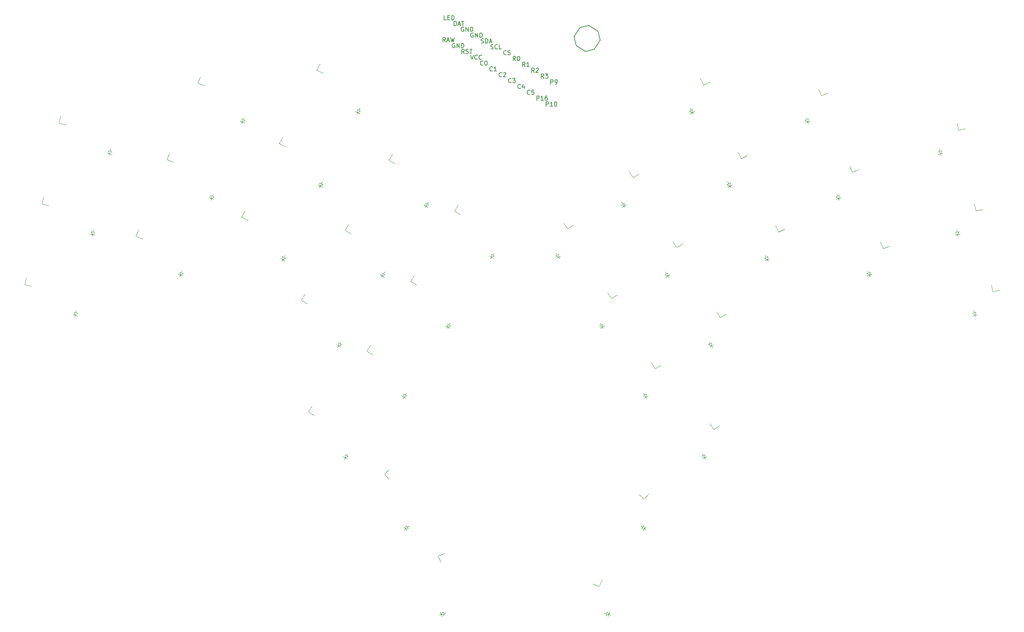
<source format=gbr>
%TF.GenerationSoftware,KiCad,Pcbnew,7.0.9*%
%TF.CreationDate,2023-11-27T23:54:21-05:00*%
%TF.ProjectId,main_r2,6d61696e-5f72-4322-9e6b-696361645f70,0.1*%
%TF.SameCoordinates,Original*%
%TF.FileFunction,Legend,Top*%
%TF.FilePolarity,Positive*%
%FSLAX46Y46*%
G04 Gerber Fmt 4.6, Leading zero omitted, Abs format (unit mm)*
G04 Created by KiCad (PCBNEW 7.0.9) date 2023-11-27 23:54:21*
%MOMM*%
%LPD*%
G01*
G04 APERTURE LIST*
%ADD10C,0.150000*%
%ADD11C,0.100000*%
%ADD12C,0.120000*%
G04 APERTURE END LIST*
D10*
X127134913Y-109681268D02*
X126801580Y-109205077D01*
X126563485Y-109681268D02*
X126563485Y-108681268D01*
X126563485Y-108681268D02*
X126944437Y-108681268D01*
X126944437Y-108681268D02*
X127039675Y-108728887D01*
X127039675Y-108728887D02*
X127087294Y-108776506D01*
X127087294Y-108776506D02*
X127134913Y-108871744D01*
X127134913Y-108871744D02*
X127134913Y-109014601D01*
X127134913Y-109014601D02*
X127087294Y-109109839D01*
X127087294Y-109109839D02*
X127039675Y-109157458D01*
X127039675Y-109157458D02*
X126944437Y-109205077D01*
X126944437Y-109205077D02*
X126563485Y-109205077D01*
X127515866Y-109395553D02*
X127992056Y-109395553D01*
X127420628Y-109681268D02*
X127753961Y-108681268D01*
X127753961Y-108681268D02*
X128087294Y-109681268D01*
X128325390Y-108681268D02*
X128563485Y-109681268D01*
X128563485Y-109681268D02*
X128753961Y-108966982D01*
X128753961Y-108966982D02*
X128944437Y-109681268D01*
X128944437Y-109681268D02*
X129182533Y-108681268D01*
X127307537Y-104592979D02*
X126831347Y-104592979D01*
X126831347Y-104592979D02*
X126831347Y-103592979D01*
X127640871Y-104069169D02*
X127974204Y-104069169D01*
X128117061Y-104592979D02*
X127640871Y-104592979D01*
X127640871Y-104592979D02*
X127640871Y-103592979D01*
X127640871Y-103592979D02*
X128117061Y-103592979D01*
X128545633Y-104592979D02*
X128545633Y-103592979D01*
X128545633Y-103592979D02*
X128783728Y-103592979D01*
X128783728Y-103592979D02*
X128926585Y-103640598D01*
X128926585Y-103640598D02*
X129021823Y-103735836D01*
X129021823Y-103735836D02*
X129069442Y-103831074D01*
X129069442Y-103831074D02*
X129117061Y-104021550D01*
X129117061Y-104021550D02*
X129117061Y-104164407D01*
X129117061Y-104164407D02*
X129069442Y-104354883D01*
X129069442Y-104354883D02*
X129021823Y-104450121D01*
X129021823Y-104450121D02*
X128926585Y-104545360D01*
X128926585Y-104545360D02*
X128783728Y-104592979D01*
X128783728Y-104592979D02*
X128545633Y-104592979D01*
X129241337Y-110074882D02*
X129146099Y-110027263D01*
X129146099Y-110027263D02*
X129003242Y-110027263D01*
X129003242Y-110027263D02*
X128860385Y-110074882D01*
X128860385Y-110074882D02*
X128765147Y-110170120D01*
X128765147Y-110170120D02*
X128717528Y-110265358D01*
X128717528Y-110265358D02*
X128669909Y-110455834D01*
X128669909Y-110455834D02*
X128669909Y-110598691D01*
X128669909Y-110598691D02*
X128717528Y-110789167D01*
X128717528Y-110789167D02*
X128765147Y-110884405D01*
X128765147Y-110884405D02*
X128860385Y-110979644D01*
X128860385Y-110979644D02*
X129003242Y-111027263D01*
X129003242Y-111027263D02*
X129098480Y-111027263D01*
X129098480Y-111027263D02*
X129241337Y-110979644D01*
X129241337Y-110979644D02*
X129288956Y-110932024D01*
X129288956Y-110932024D02*
X129288956Y-110598691D01*
X129288956Y-110598691D02*
X129098480Y-110598691D01*
X129717528Y-111027263D02*
X129717528Y-110027263D01*
X129717528Y-110027263D02*
X130288956Y-111027263D01*
X130288956Y-111027263D02*
X130288956Y-110027263D01*
X130765147Y-111027263D02*
X130765147Y-110027263D01*
X130765147Y-110027263D02*
X131003242Y-110027263D01*
X131003242Y-110027263D02*
X131146099Y-110074882D01*
X131146099Y-110074882D02*
X131241337Y-110170120D01*
X131241337Y-110170120D02*
X131288956Y-110265358D01*
X131288956Y-110265358D02*
X131336575Y-110455834D01*
X131336575Y-110455834D02*
X131336575Y-110598691D01*
X131336575Y-110598691D02*
X131288956Y-110789167D01*
X131288956Y-110789167D02*
X131241337Y-110884405D01*
X131241337Y-110884405D02*
X131146099Y-110979644D01*
X131146099Y-110979644D02*
X131003242Y-111027263D01*
X131003242Y-111027263D02*
X130765147Y-111027263D01*
X129080627Y-105938974D02*
X129080627Y-104938974D01*
X129080627Y-104938974D02*
X129318722Y-104938974D01*
X129318722Y-104938974D02*
X129461579Y-104986593D01*
X129461579Y-104986593D02*
X129556817Y-105081831D01*
X129556817Y-105081831D02*
X129604436Y-105177069D01*
X129604436Y-105177069D02*
X129652055Y-105367545D01*
X129652055Y-105367545D02*
X129652055Y-105510402D01*
X129652055Y-105510402D02*
X129604436Y-105700878D01*
X129604436Y-105700878D02*
X129556817Y-105796116D01*
X129556817Y-105796116D02*
X129461579Y-105891355D01*
X129461579Y-105891355D02*
X129318722Y-105938974D01*
X129318722Y-105938974D02*
X129080627Y-105938974D01*
X130033008Y-105653259D02*
X130509198Y-105653259D01*
X129937770Y-105938974D02*
X130271103Y-104938974D01*
X130271103Y-104938974D02*
X130604436Y-105938974D01*
X130794913Y-104938974D02*
X131366341Y-104938974D01*
X131080627Y-105938974D02*
X131080627Y-104938974D01*
X131442998Y-112373257D02*
X131109665Y-111897066D01*
X130871570Y-112373257D02*
X130871570Y-111373257D01*
X130871570Y-111373257D02*
X131252522Y-111373257D01*
X131252522Y-111373257D02*
X131347760Y-111420876D01*
X131347760Y-111420876D02*
X131395379Y-111468495D01*
X131395379Y-111468495D02*
X131442998Y-111563733D01*
X131442998Y-111563733D02*
X131442998Y-111706590D01*
X131442998Y-111706590D02*
X131395379Y-111801828D01*
X131395379Y-111801828D02*
X131347760Y-111849447D01*
X131347760Y-111849447D02*
X131252522Y-111897066D01*
X131252522Y-111897066D02*
X130871570Y-111897066D01*
X131823951Y-112325638D02*
X131966808Y-112373257D01*
X131966808Y-112373257D02*
X132204903Y-112373257D01*
X132204903Y-112373257D02*
X132300141Y-112325638D01*
X132300141Y-112325638D02*
X132347760Y-112278018D01*
X132347760Y-112278018D02*
X132395379Y-112182780D01*
X132395379Y-112182780D02*
X132395379Y-112087542D01*
X132395379Y-112087542D02*
X132347760Y-111992304D01*
X132347760Y-111992304D02*
X132300141Y-111944685D01*
X132300141Y-111944685D02*
X132204903Y-111897066D01*
X132204903Y-111897066D02*
X132014427Y-111849447D01*
X132014427Y-111849447D02*
X131919189Y-111801828D01*
X131919189Y-111801828D02*
X131871570Y-111754209D01*
X131871570Y-111754209D02*
X131823951Y-111658971D01*
X131823951Y-111658971D02*
X131823951Y-111563733D01*
X131823951Y-111563733D02*
X131871570Y-111468495D01*
X131871570Y-111468495D02*
X131919189Y-111420876D01*
X131919189Y-111420876D02*
X132014427Y-111373257D01*
X132014427Y-111373257D02*
X132252522Y-111373257D01*
X132252522Y-111373257D02*
X132395379Y-111420876D01*
X132681094Y-111373257D02*
X133252522Y-111373257D01*
X132966808Y-112373257D02*
X132966808Y-111373257D01*
X131329907Y-106332588D02*
X131234669Y-106284969D01*
X131234669Y-106284969D02*
X131091812Y-106284969D01*
X131091812Y-106284969D02*
X130948955Y-106332588D01*
X130948955Y-106332588D02*
X130853717Y-106427826D01*
X130853717Y-106427826D02*
X130806098Y-106523064D01*
X130806098Y-106523064D02*
X130758479Y-106713540D01*
X130758479Y-106713540D02*
X130758479Y-106856397D01*
X130758479Y-106856397D02*
X130806098Y-107046873D01*
X130806098Y-107046873D02*
X130853717Y-107142111D01*
X130853717Y-107142111D02*
X130948955Y-107237350D01*
X130948955Y-107237350D02*
X131091812Y-107284969D01*
X131091812Y-107284969D02*
X131187050Y-107284969D01*
X131187050Y-107284969D02*
X131329907Y-107237350D01*
X131329907Y-107237350D02*
X131377526Y-107189730D01*
X131377526Y-107189730D02*
X131377526Y-106856397D01*
X131377526Y-106856397D02*
X131187050Y-106856397D01*
X131806098Y-107284969D02*
X131806098Y-106284969D01*
X131806098Y-106284969D02*
X132377526Y-107284969D01*
X132377526Y-107284969D02*
X132377526Y-106284969D01*
X132853717Y-107284969D02*
X132853717Y-106284969D01*
X132853717Y-106284969D02*
X133091812Y-106284969D01*
X133091812Y-106284969D02*
X133234669Y-106332588D01*
X133234669Y-106332588D02*
X133329907Y-106427826D01*
X133329907Y-106427826D02*
X133377526Y-106523064D01*
X133377526Y-106523064D02*
X133425145Y-106713540D01*
X133425145Y-106713540D02*
X133425145Y-106856397D01*
X133425145Y-106856397D02*
X133377526Y-107046873D01*
X133377526Y-107046873D02*
X133329907Y-107142111D01*
X133329907Y-107142111D02*
X133234669Y-107237350D01*
X133234669Y-107237350D02*
X133091812Y-107284969D01*
X133091812Y-107284969D02*
X132853717Y-107284969D01*
X132882755Y-112719252D02*
X133216088Y-113719252D01*
X133216088Y-113719252D02*
X133549421Y-112719252D01*
X134454183Y-113624013D02*
X134406564Y-113671633D01*
X134406564Y-113671633D02*
X134263707Y-113719252D01*
X134263707Y-113719252D02*
X134168469Y-113719252D01*
X134168469Y-113719252D02*
X134025612Y-113671633D01*
X134025612Y-113671633D02*
X133930374Y-113576394D01*
X133930374Y-113576394D02*
X133882755Y-113481156D01*
X133882755Y-113481156D02*
X133835136Y-113290680D01*
X133835136Y-113290680D02*
X133835136Y-113147823D01*
X133835136Y-113147823D02*
X133882755Y-112957347D01*
X133882755Y-112957347D02*
X133930374Y-112862109D01*
X133930374Y-112862109D02*
X134025612Y-112766871D01*
X134025612Y-112766871D02*
X134168469Y-112719252D01*
X134168469Y-112719252D02*
X134263707Y-112719252D01*
X134263707Y-112719252D02*
X134406564Y-112766871D01*
X134406564Y-112766871D02*
X134454183Y-112814490D01*
X135454183Y-113624013D02*
X135406564Y-113671633D01*
X135406564Y-113671633D02*
X135263707Y-113719252D01*
X135263707Y-113719252D02*
X135168469Y-113719252D01*
X135168469Y-113719252D02*
X135025612Y-113671633D01*
X135025612Y-113671633D02*
X134930374Y-113576394D01*
X134930374Y-113576394D02*
X134882755Y-113481156D01*
X134882755Y-113481156D02*
X134835136Y-113290680D01*
X134835136Y-113290680D02*
X134835136Y-113147823D01*
X134835136Y-113147823D02*
X134882755Y-112957347D01*
X134882755Y-112957347D02*
X134930374Y-112862109D01*
X134930374Y-112862109D02*
X135025612Y-112766871D01*
X135025612Y-112766871D02*
X135168469Y-112719252D01*
X135168469Y-112719252D02*
X135263707Y-112719252D01*
X135263707Y-112719252D02*
X135406564Y-112766871D01*
X135406564Y-112766871D02*
X135454183Y-112814490D01*
X133483949Y-107678583D02*
X133388711Y-107630964D01*
X133388711Y-107630964D02*
X133245854Y-107630964D01*
X133245854Y-107630964D02*
X133102997Y-107678583D01*
X133102997Y-107678583D02*
X133007759Y-107773821D01*
X133007759Y-107773821D02*
X132960140Y-107869059D01*
X132960140Y-107869059D02*
X132912521Y-108059535D01*
X132912521Y-108059535D02*
X132912521Y-108202392D01*
X132912521Y-108202392D02*
X132960140Y-108392868D01*
X132960140Y-108392868D02*
X133007759Y-108488106D01*
X133007759Y-108488106D02*
X133102997Y-108583345D01*
X133102997Y-108583345D02*
X133245854Y-108630964D01*
X133245854Y-108630964D02*
X133341092Y-108630964D01*
X133341092Y-108630964D02*
X133483949Y-108583345D01*
X133483949Y-108583345D02*
X133531568Y-108535725D01*
X133531568Y-108535725D02*
X133531568Y-108202392D01*
X133531568Y-108202392D02*
X133341092Y-108202392D01*
X133960140Y-108630964D02*
X133960140Y-107630964D01*
X133960140Y-107630964D02*
X134531568Y-108630964D01*
X134531568Y-108630964D02*
X134531568Y-107630964D01*
X135007759Y-108630964D02*
X135007759Y-107630964D01*
X135007759Y-107630964D02*
X135245854Y-107630964D01*
X135245854Y-107630964D02*
X135388711Y-107678583D01*
X135388711Y-107678583D02*
X135483949Y-107773821D01*
X135483949Y-107773821D02*
X135531568Y-107869059D01*
X135531568Y-107869059D02*
X135579187Y-108059535D01*
X135579187Y-108059535D02*
X135579187Y-108202392D01*
X135579187Y-108202392D02*
X135531568Y-108392868D01*
X135531568Y-108392868D02*
X135483949Y-108488106D01*
X135483949Y-108488106D02*
X135388711Y-108583345D01*
X135388711Y-108583345D02*
X135245854Y-108630964D01*
X135245854Y-108630964D02*
X135007759Y-108630964D01*
X135751082Y-114970008D02*
X135703463Y-115017628D01*
X135703463Y-115017628D02*
X135560606Y-115065247D01*
X135560606Y-115065247D02*
X135465368Y-115065247D01*
X135465368Y-115065247D02*
X135322511Y-115017628D01*
X135322511Y-115017628D02*
X135227273Y-114922389D01*
X135227273Y-114922389D02*
X135179654Y-114827151D01*
X135179654Y-114827151D02*
X135132035Y-114636675D01*
X135132035Y-114636675D02*
X135132035Y-114493818D01*
X135132035Y-114493818D02*
X135179654Y-114303342D01*
X135179654Y-114303342D02*
X135227273Y-114208104D01*
X135227273Y-114208104D02*
X135322511Y-114112866D01*
X135322511Y-114112866D02*
X135465368Y-114065247D01*
X135465368Y-114065247D02*
X135560606Y-114065247D01*
X135560606Y-114065247D02*
X135703463Y-114112866D01*
X135703463Y-114112866D02*
X135751082Y-114160485D01*
X136370130Y-114065247D02*
X136465368Y-114065247D01*
X136465368Y-114065247D02*
X136560606Y-114112866D01*
X136560606Y-114112866D02*
X136608225Y-114160485D01*
X136608225Y-114160485D02*
X136655844Y-114255723D01*
X136655844Y-114255723D02*
X136703463Y-114446199D01*
X136703463Y-114446199D02*
X136703463Y-114684294D01*
X136703463Y-114684294D02*
X136655844Y-114874770D01*
X136655844Y-114874770D02*
X136608225Y-114970008D01*
X136608225Y-114970008D02*
X136560606Y-115017628D01*
X136560606Y-115017628D02*
X136465368Y-115065247D01*
X136465368Y-115065247D02*
X136370130Y-115065247D01*
X136370130Y-115065247D02*
X136274892Y-115017628D01*
X136274892Y-115017628D02*
X136227273Y-114970008D01*
X136227273Y-114970008D02*
X136179654Y-114874770D01*
X136179654Y-114874770D02*
X136132035Y-114684294D01*
X136132035Y-114684294D02*
X136132035Y-114446199D01*
X136132035Y-114446199D02*
X136179654Y-114255723D01*
X136179654Y-114255723D02*
X136227273Y-114160485D01*
X136227273Y-114160485D02*
X136274892Y-114112866D01*
X136274892Y-114112866D02*
X136370130Y-114065247D01*
X135304659Y-109929340D02*
X135447516Y-109976959D01*
X135447516Y-109976959D02*
X135685611Y-109976959D01*
X135685611Y-109976959D02*
X135780849Y-109929340D01*
X135780849Y-109929340D02*
X135828468Y-109881720D01*
X135828468Y-109881720D02*
X135876087Y-109786482D01*
X135876087Y-109786482D02*
X135876087Y-109691244D01*
X135876087Y-109691244D02*
X135828468Y-109596006D01*
X135828468Y-109596006D02*
X135780849Y-109548387D01*
X135780849Y-109548387D02*
X135685611Y-109500768D01*
X135685611Y-109500768D02*
X135495135Y-109453149D01*
X135495135Y-109453149D02*
X135399897Y-109405530D01*
X135399897Y-109405530D02*
X135352278Y-109357911D01*
X135352278Y-109357911D02*
X135304659Y-109262673D01*
X135304659Y-109262673D02*
X135304659Y-109167435D01*
X135304659Y-109167435D02*
X135352278Y-109072197D01*
X135352278Y-109072197D02*
X135399897Y-109024578D01*
X135399897Y-109024578D02*
X135495135Y-108976959D01*
X135495135Y-108976959D02*
X135733230Y-108976959D01*
X135733230Y-108976959D02*
X135876087Y-109024578D01*
X136304659Y-109976959D02*
X136304659Y-108976959D01*
X136304659Y-108976959D02*
X136542754Y-108976959D01*
X136542754Y-108976959D02*
X136685611Y-109024578D01*
X136685611Y-109024578D02*
X136780849Y-109119816D01*
X136780849Y-109119816D02*
X136828468Y-109215054D01*
X136828468Y-109215054D02*
X136876087Y-109405530D01*
X136876087Y-109405530D02*
X136876087Y-109548387D01*
X136876087Y-109548387D02*
X136828468Y-109738863D01*
X136828468Y-109738863D02*
X136780849Y-109834101D01*
X136780849Y-109834101D02*
X136685611Y-109929340D01*
X136685611Y-109929340D02*
X136542754Y-109976959D01*
X136542754Y-109976959D02*
X136304659Y-109976959D01*
X137257040Y-109691244D02*
X137733230Y-109691244D01*
X137161802Y-109976959D02*
X137495135Y-108976959D01*
X137495135Y-108976959D02*
X137828468Y-109976959D01*
X137905124Y-116316003D02*
X137857505Y-116363623D01*
X137857505Y-116363623D02*
X137714648Y-116411242D01*
X137714648Y-116411242D02*
X137619410Y-116411242D01*
X137619410Y-116411242D02*
X137476553Y-116363623D01*
X137476553Y-116363623D02*
X137381315Y-116268384D01*
X137381315Y-116268384D02*
X137333696Y-116173146D01*
X137333696Y-116173146D02*
X137286077Y-115982670D01*
X137286077Y-115982670D02*
X137286077Y-115839813D01*
X137286077Y-115839813D02*
X137333696Y-115649337D01*
X137333696Y-115649337D02*
X137381315Y-115554099D01*
X137381315Y-115554099D02*
X137476553Y-115458861D01*
X137476553Y-115458861D02*
X137619410Y-115411242D01*
X137619410Y-115411242D02*
X137714648Y-115411242D01*
X137714648Y-115411242D02*
X137857505Y-115458861D01*
X137857505Y-115458861D02*
X137905124Y-115506480D01*
X138857505Y-116411242D02*
X138286077Y-116411242D01*
X138571791Y-116411242D02*
X138571791Y-115411242D01*
X138571791Y-115411242D02*
X138476553Y-115554099D01*
X138476553Y-115554099D02*
X138381315Y-115649337D01*
X138381315Y-115649337D02*
X138286077Y-115696956D01*
X137506320Y-111275335D02*
X137649177Y-111322954D01*
X137649177Y-111322954D02*
X137887272Y-111322954D01*
X137887272Y-111322954D02*
X137982510Y-111275335D01*
X137982510Y-111275335D02*
X138030129Y-111227715D01*
X138030129Y-111227715D02*
X138077748Y-111132477D01*
X138077748Y-111132477D02*
X138077748Y-111037239D01*
X138077748Y-111037239D02*
X138030129Y-110942001D01*
X138030129Y-110942001D02*
X137982510Y-110894382D01*
X137982510Y-110894382D02*
X137887272Y-110846763D01*
X137887272Y-110846763D02*
X137696796Y-110799144D01*
X137696796Y-110799144D02*
X137601558Y-110751525D01*
X137601558Y-110751525D02*
X137553939Y-110703906D01*
X137553939Y-110703906D02*
X137506320Y-110608668D01*
X137506320Y-110608668D02*
X137506320Y-110513430D01*
X137506320Y-110513430D02*
X137553939Y-110418192D01*
X137553939Y-110418192D02*
X137601558Y-110370573D01*
X137601558Y-110370573D02*
X137696796Y-110322954D01*
X137696796Y-110322954D02*
X137934891Y-110322954D01*
X137934891Y-110322954D02*
X138077748Y-110370573D01*
X139077748Y-111227715D02*
X139030129Y-111275335D01*
X139030129Y-111275335D02*
X138887272Y-111322954D01*
X138887272Y-111322954D02*
X138792034Y-111322954D01*
X138792034Y-111322954D02*
X138649177Y-111275335D01*
X138649177Y-111275335D02*
X138553939Y-111180096D01*
X138553939Y-111180096D02*
X138506320Y-111084858D01*
X138506320Y-111084858D02*
X138458701Y-110894382D01*
X138458701Y-110894382D02*
X138458701Y-110751525D01*
X138458701Y-110751525D02*
X138506320Y-110561049D01*
X138506320Y-110561049D02*
X138553939Y-110465811D01*
X138553939Y-110465811D02*
X138649177Y-110370573D01*
X138649177Y-110370573D02*
X138792034Y-110322954D01*
X138792034Y-110322954D02*
X138887272Y-110322954D01*
X138887272Y-110322954D02*
X139030129Y-110370573D01*
X139030129Y-110370573D02*
X139077748Y-110418192D01*
X139982510Y-111322954D02*
X139506320Y-111322954D01*
X139506320Y-111322954D02*
X139506320Y-110322954D01*
X140059166Y-117661998D02*
X140011547Y-117709618D01*
X140011547Y-117709618D02*
X139868690Y-117757237D01*
X139868690Y-117757237D02*
X139773452Y-117757237D01*
X139773452Y-117757237D02*
X139630595Y-117709618D01*
X139630595Y-117709618D02*
X139535357Y-117614379D01*
X139535357Y-117614379D02*
X139487738Y-117519141D01*
X139487738Y-117519141D02*
X139440119Y-117328665D01*
X139440119Y-117328665D02*
X139440119Y-117185808D01*
X139440119Y-117185808D02*
X139487738Y-116995332D01*
X139487738Y-116995332D02*
X139535357Y-116900094D01*
X139535357Y-116900094D02*
X139630595Y-116804856D01*
X139630595Y-116804856D02*
X139773452Y-116757237D01*
X139773452Y-116757237D02*
X139868690Y-116757237D01*
X139868690Y-116757237D02*
X140011547Y-116804856D01*
X140011547Y-116804856D02*
X140059166Y-116852475D01*
X140440119Y-116852475D02*
X140487738Y-116804856D01*
X140487738Y-116804856D02*
X140582976Y-116757237D01*
X140582976Y-116757237D02*
X140821071Y-116757237D01*
X140821071Y-116757237D02*
X140916309Y-116804856D01*
X140916309Y-116804856D02*
X140963928Y-116852475D01*
X140963928Y-116852475D02*
X141011547Y-116947713D01*
X141011547Y-116947713D02*
X141011547Y-117042951D01*
X141011547Y-117042951D02*
X140963928Y-117185808D01*
X140963928Y-117185808D02*
X140392500Y-117757237D01*
X140392500Y-117757237D02*
X141011547Y-117757237D01*
X141088933Y-112573710D02*
X141041314Y-112621330D01*
X141041314Y-112621330D02*
X140898457Y-112668949D01*
X140898457Y-112668949D02*
X140803219Y-112668949D01*
X140803219Y-112668949D02*
X140660362Y-112621330D01*
X140660362Y-112621330D02*
X140565124Y-112526091D01*
X140565124Y-112526091D02*
X140517505Y-112430853D01*
X140517505Y-112430853D02*
X140469886Y-112240377D01*
X140469886Y-112240377D02*
X140469886Y-112097520D01*
X140469886Y-112097520D02*
X140517505Y-111907044D01*
X140517505Y-111907044D02*
X140565124Y-111811806D01*
X140565124Y-111811806D02*
X140660362Y-111716568D01*
X140660362Y-111716568D02*
X140803219Y-111668949D01*
X140803219Y-111668949D02*
X140898457Y-111668949D01*
X140898457Y-111668949D02*
X141041314Y-111716568D01*
X141041314Y-111716568D02*
X141088933Y-111764187D01*
X141469886Y-112621330D02*
X141612743Y-112668949D01*
X141612743Y-112668949D02*
X141850838Y-112668949D01*
X141850838Y-112668949D02*
X141946076Y-112621330D01*
X141946076Y-112621330D02*
X141993695Y-112573710D01*
X141993695Y-112573710D02*
X142041314Y-112478472D01*
X142041314Y-112478472D02*
X142041314Y-112383234D01*
X142041314Y-112383234D02*
X141993695Y-112287996D01*
X141993695Y-112287996D02*
X141946076Y-112240377D01*
X141946076Y-112240377D02*
X141850838Y-112192758D01*
X141850838Y-112192758D02*
X141660362Y-112145139D01*
X141660362Y-112145139D02*
X141565124Y-112097520D01*
X141565124Y-112097520D02*
X141517505Y-112049901D01*
X141517505Y-112049901D02*
X141469886Y-111954663D01*
X141469886Y-111954663D02*
X141469886Y-111859425D01*
X141469886Y-111859425D02*
X141517505Y-111764187D01*
X141517505Y-111764187D02*
X141565124Y-111716568D01*
X141565124Y-111716568D02*
X141660362Y-111668949D01*
X141660362Y-111668949D02*
X141898457Y-111668949D01*
X141898457Y-111668949D02*
X142041314Y-111716568D01*
X142213209Y-119007993D02*
X142165590Y-119055613D01*
X142165590Y-119055613D02*
X142022733Y-119103232D01*
X142022733Y-119103232D02*
X141927495Y-119103232D01*
X141927495Y-119103232D02*
X141784638Y-119055613D01*
X141784638Y-119055613D02*
X141689400Y-118960374D01*
X141689400Y-118960374D02*
X141641781Y-118865136D01*
X141641781Y-118865136D02*
X141594162Y-118674660D01*
X141594162Y-118674660D02*
X141594162Y-118531803D01*
X141594162Y-118531803D02*
X141641781Y-118341327D01*
X141641781Y-118341327D02*
X141689400Y-118246089D01*
X141689400Y-118246089D02*
X141784638Y-118150851D01*
X141784638Y-118150851D02*
X141927495Y-118103232D01*
X141927495Y-118103232D02*
X142022733Y-118103232D01*
X142022733Y-118103232D02*
X142165590Y-118150851D01*
X142165590Y-118150851D02*
X142213209Y-118198470D01*
X142546543Y-118103232D02*
X143165590Y-118103232D01*
X143165590Y-118103232D02*
X142832257Y-118484184D01*
X142832257Y-118484184D02*
X142975114Y-118484184D01*
X142975114Y-118484184D02*
X143070352Y-118531803D01*
X143070352Y-118531803D02*
X143117971Y-118579422D01*
X143117971Y-118579422D02*
X143165590Y-118674660D01*
X143165590Y-118674660D02*
X143165590Y-118912755D01*
X143165590Y-118912755D02*
X143117971Y-119007993D01*
X143117971Y-119007993D02*
X143070352Y-119055613D01*
X143070352Y-119055613D02*
X142975114Y-119103232D01*
X142975114Y-119103232D02*
X142689400Y-119103232D01*
X142689400Y-119103232D02*
X142594162Y-119055613D01*
X142594162Y-119055613D02*
X142546543Y-119007993D01*
X143242975Y-114014944D02*
X142909642Y-113538753D01*
X142671547Y-114014944D02*
X142671547Y-113014944D01*
X142671547Y-113014944D02*
X143052499Y-113014944D01*
X143052499Y-113014944D02*
X143147737Y-113062563D01*
X143147737Y-113062563D02*
X143195356Y-113110182D01*
X143195356Y-113110182D02*
X143242975Y-113205420D01*
X143242975Y-113205420D02*
X143242975Y-113348277D01*
X143242975Y-113348277D02*
X143195356Y-113443515D01*
X143195356Y-113443515D02*
X143147737Y-113491134D01*
X143147737Y-113491134D02*
X143052499Y-113538753D01*
X143052499Y-113538753D02*
X142671547Y-113538753D01*
X143862023Y-113014944D02*
X143957261Y-113014944D01*
X143957261Y-113014944D02*
X144052499Y-113062563D01*
X144052499Y-113062563D02*
X144100118Y-113110182D01*
X144100118Y-113110182D02*
X144147737Y-113205420D01*
X144147737Y-113205420D02*
X144195356Y-113395896D01*
X144195356Y-113395896D02*
X144195356Y-113633991D01*
X144195356Y-113633991D02*
X144147737Y-113824467D01*
X144147737Y-113824467D02*
X144100118Y-113919705D01*
X144100118Y-113919705D02*
X144052499Y-113967325D01*
X144052499Y-113967325D02*
X143957261Y-114014944D01*
X143957261Y-114014944D02*
X143862023Y-114014944D01*
X143862023Y-114014944D02*
X143766785Y-113967325D01*
X143766785Y-113967325D02*
X143719166Y-113919705D01*
X143719166Y-113919705D02*
X143671547Y-113824467D01*
X143671547Y-113824467D02*
X143623928Y-113633991D01*
X143623928Y-113633991D02*
X143623928Y-113395896D01*
X143623928Y-113395896D02*
X143671547Y-113205420D01*
X143671547Y-113205420D02*
X143719166Y-113110182D01*
X143719166Y-113110182D02*
X143766785Y-113062563D01*
X143766785Y-113062563D02*
X143862023Y-113014944D01*
X144367251Y-120353988D02*
X144319632Y-120401608D01*
X144319632Y-120401608D02*
X144176775Y-120449227D01*
X144176775Y-120449227D02*
X144081537Y-120449227D01*
X144081537Y-120449227D02*
X143938680Y-120401608D01*
X143938680Y-120401608D02*
X143843442Y-120306369D01*
X143843442Y-120306369D02*
X143795823Y-120211131D01*
X143795823Y-120211131D02*
X143748204Y-120020655D01*
X143748204Y-120020655D02*
X143748204Y-119877798D01*
X143748204Y-119877798D02*
X143795823Y-119687322D01*
X143795823Y-119687322D02*
X143843442Y-119592084D01*
X143843442Y-119592084D02*
X143938680Y-119496846D01*
X143938680Y-119496846D02*
X144081537Y-119449227D01*
X144081537Y-119449227D02*
X144176775Y-119449227D01*
X144176775Y-119449227D02*
X144319632Y-119496846D01*
X144319632Y-119496846D02*
X144367251Y-119544465D01*
X145224394Y-119782560D02*
X145224394Y-120449227D01*
X144986299Y-119401608D02*
X144748204Y-120115893D01*
X144748204Y-120115893D02*
X145367251Y-120115893D01*
X145397017Y-115360939D02*
X145063684Y-114884748D01*
X144825589Y-115360939D02*
X144825589Y-114360939D01*
X144825589Y-114360939D02*
X145206541Y-114360939D01*
X145206541Y-114360939D02*
X145301779Y-114408558D01*
X145301779Y-114408558D02*
X145349398Y-114456177D01*
X145349398Y-114456177D02*
X145397017Y-114551415D01*
X145397017Y-114551415D02*
X145397017Y-114694272D01*
X145397017Y-114694272D02*
X145349398Y-114789510D01*
X145349398Y-114789510D02*
X145301779Y-114837129D01*
X145301779Y-114837129D02*
X145206541Y-114884748D01*
X145206541Y-114884748D02*
X144825589Y-114884748D01*
X146349398Y-115360939D02*
X145777970Y-115360939D01*
X146063684Y-115360939D02*
X146063684Y-114360939D01*
X146063684Y-114360939D02*
X145968446Y-114503796D01*
X145968446Y-114503796D02*
X145873208Y-114599034D01*
X145873208Y-114599034D02*
X145777970Y-114646653D01*
X146521293Y-121699983D02*
X146473674Y-121747603D01*
X146473674Y-121747603D02*
X146330817Y-121795222D01*
X146330817Y-121795222D02*
X146235579Y-121795222D01*
X146235579Y-121795222D02*
X146092722Y-121747603D01*
X146092722Y-121747603D02*
X145997484Y-121652364D01*
X145997484Y-121652364D02*
X145949865Y-121557126D01*
X145949865Y-121557126D02*
X145902246Y-121366650D01*
X145902246Y-121366650D02*
X145902246Y-121223793D01*
X145902246Y-121223793D02*
X145949865Y-121033317D01*
X145949865Y-121033317D02*
X145997484Y-120938079D01*
X145997484Y-120938079D02*
X146092722Y-120842841D01*
X146092722Y-120842841D02*
X146235579Y-120795222D01*
X146235579Y-120795222D02*
X146330817Y-120795222D01*
X146330817Y-120795222D02*
X146473674Y-120842841D01*
X146473674Y-120842841D02*
X146521293Y-120890460D01*
X147426055Y-120795222D02*
X146949865Y-120795222D01*
X146949865Y-120795222D02*
X146902246Y-121271412D01*
X146902246Y-121271412D02*
X146949865Y-121223793D01*
X146949865Y-121223793D02*
X147045103Y-121176174D01*
X147045103Y-121176174D02*
X147283198Y-121176174D01*
X147283198Y-121176174D02*
X147378436Y-121223793D01*
X147378436Y-121223793D02*
X147426055Y-121271412D01*
X147426055Y-121271412D02*
X147473674Y-121366650D01*
X147473674Y-121366650D02*
X147473674Y-121604745D01*
X147473674Y-121604745D02*
X147426055Y-121699983D01*
X147426055Y-121699983D02*
X147378436Y-121747603D01*
X147378436Y-121747603D02*
X147283198Y-121795222D01*
X147283198Y-121795222D02*
X147045103Y-121795222D01*
X147045103Y-121795222D02*
X146949865Y-121747603D01*
X146949865Y-121747603D02*
X146902246Y-121699983D01*
X147551059Y-116706933D02*
X147217726Y-116230742D01*
X146979631Y-116706933D02*
X146979631Y-115706933D01*
X146979631Y-115706933D02*
X147360583Y-115706933D01*
X147360583Y-115706933D02*
X147455821Y-115754552D01*
X147455821Y-115754552D02*
X147503440Y-115802171D01*
X147503440Y-115802171D02*
X147551059Y-115897409D01*
X147551059Y-115897409D02*
X147551059Y-116040266D01*
X147551059Y-116040266D02*
X147503440Y-116135504D01*
X147503440Y-116135504D02*
X147455821Y-116183123D01*
X147455821Y-116183123D02*
X147360583Y-116230742D01*
X147360583Y-116230742D02*
X146979631Y-116230742D01*
X147932012Y-115802171D02*
X147979631Y-115754552D01*
X147979631Y-115754552D02*
X148074869Y-115706933D01*
X148074869Y-115706933D02*
X148312964Y-115706933D01*
X148312964Y-115706933D02*
X148408202Y-115754552D01*
X148408202Y-115754552D02*
X148455821Y-115802171D01*
X148455821Y-115802171D02*
X148503440Y-115897409D01*
X148503440Y-115897409D02*
X148503440Y-115992647D01*
X148503440Y-115992647D02*
X148455821Y-116135504D01*
X148455821Y-116135504D02*
X147884393Y-116706933D01*
X147884393Y-116706933D02*
X148503440Y-116706933D01*
X148103907Y-123141217D02*
X148103907Y-122141217D01*
X148103907Y-122141217D02*
X148484859Y-122141217D01*
X148484859Y-122141217D02*
X148580097Y-122188836D01*
X148580097Y-122188836D02*
X148627716Y-122236455D01*
X148627716Y-122236455D02*
X148675335Y-122331693D01*
X148675335Y-122331693D02*
X148675335Y-122474550D01*
X148675335Y-122474550D02*
X148627716Y-122569788D01*
X148627716Y-122569788D02*
X148580097Y-122617407D01*
X148580097Y-122617407D02*
X148484859Y-122665026D01*
X148484859Y-122665026D02*
X148103907Y-122665026D01*
X149627716Y-123141217D02*
X149056288Y-123141217D01*
X149342002Y-123141217D02*
X149342002Y-122141217D01*
X149342002Y-122141217D02*
X149246764Y-122284074D01*
X149246764Y-122284074D02*
X149151526Y-122379312D01*
X149151526Y-122379312D02*
X149056288Y-122426931D01*
X150484859Y-122141217D02*
X150294383Y-122141217D01*
X150294383Y-122141217D02*
X150199145Y-122188836D01*
X150199145Y-122188836D02*
X150151526Y-122236455D01*
X150151526Y-122236455D02*
X150056288Y-122379312D01*
X150056288Y-122379312D02*
X150008669Y-122569788D01*
X150008669Y-122569788D02*
X150008669Y-122950740D01*
X150008669Y-122950740D02*
X150056288Y-123045978D01*
X150056288Y-123045978D02*
X150103907Y-123093598D01*
X150103907Y-123093598D02*
X150199145Y-123141217D01*
X150199145Y-123141217D02*
X150389621Y-123141217D01*
X150389621Y-123141217D02*
X150484859Y-123093598D01*
X150484859Y-123093598D02*
X150532478Y-123045978D01*
X150532478Y-123045978D02*
X150580097Y-122950740D01*
X150580097Y-122950740D02*
X150580097Y-122712645D01*
X150580097Y-122712645D02*
X150532478Y-122617407D01*
X150532478Y-122617407D02*
X150484859Y-122569788D01*
X150484859Y-122569788D02*
X150389621Y-122522169D01*
X150389621Y-122522169D02*
X150199145Y-122522169D01*
X150199145Y-122522169D02*
X150103907Y-122569788D01*
X150103907Y-122569788D02*
X150056288Y-122617407D01*
X150056288Y-122617407D02*
X150008669Y-122712645D01*
X149705102Y-118052928D02*
X149371769Y-117576737D01*
X149133674Y-118052928D02*
X149133674Y-117052928D01*
X149133674Y-117052928D02*
X149514626Y-117052928D01*
X149514626Y-117052928D02*
X149609864Y-117100547D01*
X149609864Y-117100547D02*
X149657483Y-117148166D01*
X149657483Y-117148166D02*
X149705102Y-117243404D01*
X149705102Y-117243404D02*
X149705102Y-117386261D01*
X149705102Y-117386261D02*
X149657483Y-117481499D01*
X149657483Y-117481499D02*
X149609864Y-117529118D01*
X149609864Y-117529118D02*
X149514626Y-117576737D01*
X149514626Y-117576737D02*
X149133674Y-117576737D01*
X150038436Y-117052928D02*
X150657483Y-117052928D01*
X150657483Y-117052928D02*
X150324150Y-117433880D01*
X150324150Y-117433880D02*
X150467007Y-117433880D01*
X150467007Y-117433880D02*
X150562245Y-117481499D01*
X150562245Y-117481499D02*
X150609864Y-117529118D01*
X150609864Y-117529118D02*
X150657483Y-117624356D01*
X150657483Y-117624356D02*
X150657483Y-117862451D01*
X150657483Y-117862451D02*
X150609864Y-117957689D01*
X150609864Y-117957689D02*
X150562245Y-118005309D01*
X150562245Y-118005309D02*
X150467007Y-118052928D01*
X150467007Y-118052928D02*
X150181293Y-118052928D01*
X150181293Y-118052928D02*
X150086055Y-118005309D01*
X150086055Y-118005309D02*
X150038436Y-117957689D01*
X150257949Y-124487212D02*
X150257949Y-123487212D01*
X150257949Y-123487212D02*
X150638901Y-123487212D01*
X150638901Y-123487212D02*
X150734139Y-123534831D01*
X150734139Y-123534831D02*
X150781758Y-123582450D01*
X150781758Y-123582450D02*
X150829377Y-123677688D01*
X150829377Y-123677688D02*
X150829377Y-123820545D01*
X150829377Y-123820545D02*
X150781758Y-123915783D01*
X150781758Y-123915783D02*
X150734139Y-123963402D01*
X150734139Y-123963402D02*
X150638901Y-124011021D01*
X150638901Y-124011021D02*
X150257949Y-124011021D01*
X151781758Y-124487212D02*
X151210330Y-124487212D01*
X151496044Y-124487212D02*
X151496044Y-123487212D01*
X151496044Y-123487212D02*
X151400806Y-123630069D01*
X151400806Y-123630069D02*
X151305568Y-123725307D01*
X151305568Y-123725307D02*
X151210330Y-123772926D01*
X152400806Y-123487212D02*
X152496044Y-123487212D01*
X152496044Y-123487212D02*
X152591282Y-123534831D01*
X152591282Y-123534831D02*
X152638901Y-123582450D01*
X152638901Y-123582450D02*
X152686520Y-123677688D01*
X152686520Y-123677688D02*
X152734139Y-123868164D01*
X152734139Y-123868164D02*
X152734139Y-124106259D01*
X152734139Y-124106259D02*
X152686520Y-124296735D01*
X152686520Y-124296735D02*
X152638901Y-124391973D01*
X152638901Y-124391973D02*
X152591282Y-124439593D01*
X152591282Y-124439593D02*
X152496044Y-124487212D01*
X152496044Y-124487212D02*
X152400806Y-124487212D01*
X152400806Y-124487212D02*
X152305568Y-124439593D01*
X152305568Y-124439593D02*
X152257949Y-124391973D01*
X152257949Y-124391973D02*
X152210330Y-124296735D01*
X152210330Y-124296735D02*
X152162711Y-124106259D01*
X152162711Y-124106259D02*
X152162711Y-123868164D01*
X152162711Y-123868164D02*
X152210330Y-123677688D01*
X152210330Y-123677688D02*
X152257949Y-123582450D01*
X152257949Y-123582450D02*
X152305568Y-123534831D01*
X152305568Y-123534831D02*
X152400806Y-123487212D01*
X151287716Y-119398923D02*
X151287716Y-118398923D01*
X151287716Y-118398923D02*
X151668668Y-118398923D01*
X151668668Y-118398923D02*
X151763906Y-118446542D01*
X151763906Y-118446542D02*
X151811525Y-118494161D01*
X151811525Y-118494161D02*
X151859144Y-118589399D01*
X151859144Y-118589399D02*
X151859144Y-118732256D01*
X151859144Y-118732256D02*
X151811525Y-118827494D01*
X151811525Y-118827494D02*
X151763906Y-118875113D01*
X151763906Y-118875113D02*
X151668668Y-118922732D01*
X151668668Y-118922732D02*
X151287716Y-118922732D01*
X152335335Y-119398923D02*
X152525811Y-119398923D01*
X152525811Y-119398923D02*
X152621049Y-119351304D01*
X152621049Y-119351304D02*
X152668668Y-119303684D01*
X152668668Y-119303684D02*
X152763906Y-119160827D01*
X152763906Y-119160827D02*
X152811525Y-118970351D01*
X152811525Y-118970351D02*
X152811525Y-118589399D01*
X152811525Y-118589399D02*
X152763906Y-118494161D01*
X152763906Y-118494161D02*
X152716287Y-118446542D01*
X152716287Y-118446542D02*
X152621049Y-118398923D01*
X152621049Y-118398923D02*
X152430573Y-118398923D01*
X152430573Y-118398923D02*
X152335335Y-118446542D01*
X152335335Y-118446542D02*
X152287716Y-118494161D01*
X152287716Y-118494161D02*
X152240097Y-118589399D01*
X152240097Y-118589399D02*
X152240097Y-118827494D01*
X152240097Y-118827494D02*
X152287716Y-118922732D01*
X152287716Y-118922732D02*
X152335335Y-118970351D01*
X152335335Y-118970351D02*
X152430573Y-119017970D01*
X152430573Y-119017970D02*
X152621049Y-119017970D01*
X152621049Y-119017970D02*
X152716287Y-118970351D01*
X152716287Y-118970351D02*
X152763906Y-118922732D01*
X152763906Y-118922732D02*
X152811525Y-118827494D01*
D11*
%TO.C,D1*%
X42069459Y-172035532D02*
X42173415Y-171546458D01*
X42460718Y-172118697D02*
X41944712Y-172622421D01*
X41678200Y-171952367D02*
X42460718Y-172118697D01*
X41944712Y-172622421D02*
X41678200Y-171952367D01*
X41944712Y-172622421D02*
X42482693Y-172736772D01*
X41944712Y-172622421D02*
X41406731Y-172508069D01*
X41861547Y-173013680D02*
X41944712Y-172622421D01*
%TO.C,D2*%
X46019783Y-153450729D02*
X46123739Y-152961655D01*
X46411042Y-153533894D02*
X45895036Y-154037618D01*
X45628524Y-153367564D02*
X46411042Y-153533894D01*
X45895036Y-154037618D02*
X45628524Y-153367564D01*
X45895036Y-154037618D02*
X46433017Y-154151969D01*
X45895036Y-154037618D02*
X45357055Y-153923266D01*
X45811871Y-154428877D02*
X45895036Y-154037618D01*
%TO.C,D3*%
X49970104Y-134865928D02*
X50074060Y-134376854D01*
X50361363Y-134949093D02*
X49845357Y-135452817D01*
X49578845Y-134782763D02*
X50361363Y-134949093D01*
X49845357Y-135452817D02*
X49578845Y-134782763D01*
X49845357Y-135452817D02*
X50383338Y-135567168D01*
X49845357Y-135452817D02*
X49307376Y-135338465D01*
X49762192Y-135844076D02*
X49845357Y-135452817D01*
%TO.C,D4*%
X66368618Y-162809881D02*
X66555921Y-162346289D01*
X66739491Y-162959724D02*
X66143854Y-163366191D01*
X65997744Y-162660038D02*
X66739491Y-162959724D01*
X66143854Y-163366191D02*
X65997744Y-162660038D01*
X66143854Y-163366191D02*
X66653805Y-163572225D01*
X66143854Y-163366191D02*
X65633903Y-163160158D01*
X65994011Y-163737065D02*
X66143854Y-163366191D01*
%TO.C,D5*%
X73486142Y-145193388D02*
X73673445Y-144729796D01*
X73857015Y-145343231D02*
X73261378Y-145749698D01*
X73115268Y-145043545D02*
X73857015Y-145343231D01*
X73261378Y-145749698D02*
X73115268Y-145043545D01*
X73261378Y-145749698D02*
X73771329Y-145955732D01*
X73261378Y-145749698D02*
X72751427Y-145543665D01*
X73111535Y-146120572D02*
X73261378Y-145749698D01*
%TO.C,D6*%
X80603668Y-127576894D02*
X80790971Y-127113302D01*
X80974541Y-127726737D02*
X80378904Y-128133204D01*
X80232794Y-127427051D02*
X80974541Y-127726737D01*
X80378904Y-128133204D02*
X80232794Y-127427051D01*
X80378904Y-128133204D02*
X80888855Y-128339238D01*
X80378904Y-128133204D02*
X79868953Y-127927171D01*
X80229061Y-128504078D02*
X80378904Y-128133204D01*
%TO.C,D7*%
X89918635Y-159274130D02*
X90145630Y-158828627D01*
X90275037Y-159455727D02*
X89646240Y-159808734D01*
X89562232Y-159092534D02*
X90275037Y-159455727D01*
X89646240Y-159808734D02*
X89562232Y-159092534D01*
X89646240Y-159808734D02*
X90136294Y-160058429D01*
X89646240Y-159808734D02*
X89156187Y-159559040D01*
X89464644Y-160165137D02*
X89646240Y-159808734D01*
%TO.C,D8*%
X98544456Y-142345004D02*
X98771451Y-141899501D01*
X98900858Y-142526601D02*
X98272061Y-142879608D01*
X98188053Y-142163408D02*
X98900858Y-142526601D01*
X98272061Y-142879608D02*
X98188053Y-142163408D01*
X98272061Y-142879608D02*
X98762115Y-143129303D01*
X98272061Y-142879608D02*
X97782008Y-142629914D01*
X98090465Y-143236011D02*
X98272061Y-142879608D01*
%TO.C,D9*%
X107170273Y-125415881D02*
X107397268Y-124970378D01*
X107526675Y-125597478D02*
X106897878Y-125950485D01*
X106813870Y-125234285D02*
X107526675Y-125597478D01*
X106897878Y-125950485D02*
X106813870Y-125234285D01*
X106897878Y-125950485D02*
X107387932Y-126200180D01*
X106897878Y-125950485D02*
X106407825Y-125700791D01*
X106716282Y-126306888D02*
X106897878Y-125950485D01*
%TO.C,D10*%
X102791426Y-179188509D02*
X103056385Y-178764485D01*
X103130645Y-179400477D02*
X102473474Y-179697338D01*
X102452207Y-178976541D02*
X103130645Y-179400477D01*
X102473474Y-179697338D02*
X102452207Y-178976541D01*
X102473474Y-179697338D02*
X102939901Y-179988793D01*
X102473474Y-179697338D02*
X102007048Y-179405882D01*
X102261507Y-180036557D02*
X102473474Y-179697338D01*
%TO.C,D11*%
X112859894Y-163075596D02*
X113124853Y-162651572D01*
X113199113Y-163287564D02*
X112541942Y-163584425D01*
X112520675Y-162863628D02*
X113199113Y-163287564D01*
X112541942Y-163584425D02*
X112520675Y-162863628D01*
X112541942Y-163584425D02*
X113008369Y-163875880D01*
X112541942Y-163584425D02*
X112075516Y-163292969D01*
X112329975Y-163923644D02*
X112541942Y-163584425D01*
%TO.C,D12*%
X122928363Y-146962683D02*
X123193322Y-146538659D01*
X123267582Y-147174651D02*
X122610411Y-147471512D01*
X122589144Y-146750715D02*
X123267582Y-147174651D01*
X122610411Y-147471512D02*
X122589144Y-146750715D01*
X122610411Y-147471512D02*
X123076838Y-147762967D01*
X122610411Y-147471512D02*
X122143985Y-147180056D01*
X122398444Y-147810731D02*
X122610411Y-147471512D01*
%TO.C,D13*%
X117844505Y-190953073D02*
X118109464Y-190529049D01*
X118183724Y-191165041D02*
X117526553Y-191461902D01*
X117505286Y-190741105D02*
X118183724Y-191165041D01*
X117526553Y-191461902D02*
X117505286Y-190741105D01*
X117526553Y-191461902D02*
X117992980Y-191753357D01*
X117526553Y-191461902D02*
X117060127Y-191170446D01*
X117314586Y-191801121D02*
X117526553Y-191461902D01*
%TO.C,D14*%
X127912970Y-174840159D02*
X128177929Y-174416135D01*
X128252189Y-175052127D02*
X127595018Y-175348988D01*
X127573751Y-174628191D02*
X128252189Y-175052127D01*
X127595018Y-175348988D02*
X127573751Y-174628191D01*
X127595018Y-175348988D02*
X128061445Y-175640443D01*
X127595018Y-175348988D02*
X127128592Y-175057532D01*
X127383051Y-175688207D02*
X127595018Y-175348988D01*
%TO.C,D15*%
X137981434Y-158727244D02*
X138246393Y-158303220D01*
X138320653Y-158939212D02*
X137663482Y-159236073D01*
X137642215Y-158515276D02*
X138320653Y-158939212D01*
X137663482Y-159236073D02*
X137642215Y-158515276D01*
X137663482Y-159236073D02*
X138129909Y-159527528D01*
X137663482Y-159236073D02*
X137197056Y-158944617D01*
X137451515Y-159575292D02*
X137663482Y-159236073D01*
%TO.C,D16*%
X104383847Y-204946309D02*
X104648806Y-204522285D01*
X104723066Y-205158277D02*
X104065895Y-205455138D01*
X104044628Y-204734341D02*
X104723066Y-205158277D01*
X104065895Y-205455138D02*
X104044628Y-204734341D01*
X104065895Y-205455138D02*
X104532322Y-205746593D01*
X104065895Y-205455138D02*
X103599469Y-205163682D01*
X103853928Y-205794357D02*
X104065895Y-205455138D01*
%TO.C,D17*%
X118339582Y-221430677D02*
X118722604Y-221109283D01*
X118596697Y-221737095D02*
X117879955Y-221816350D01*
X118082467Y-221124259D02*
X118596697Y-221737095D01*
X117879955Y-221816350D02*
X118082467Y-221124259D01*
X117879955Y-221816350D02*
X118233489Y-222237674D01*
X117879955Y-221816350D02*
X117526422Y-221395025D01*
X117573538Y-222073465D02*
X117879955Y-221816350D01*
%TO.C,D18*%
X126652416Y-241340235D02*
X127116008Y-241152932D01*
X126802259Y-241711109D02*
X126096106Y-241564999D01*
X126502573Y-240969362D02*
X126802259Y-241711109D01*
X126096106Y-241564999D02*
X126502573Y-240969362D01*
X126096106Y-241564999D02*
X126302139Y-242074950D01*
X126096106Y-241564999D02*
X125890072Y-241055048D01*
X125725232Y-241714842D02*
X126096106Y-241564999D01*
%TO.C,D19*%
X248675315Y-172035534D02*
X248571359Y-171546460D01*
X249066574Y-171952369D02*
X248800062Y-172622423D01*
X248284056Y-172118699D02*
X249066574Y-171952369D01*
X248800062Y-172622423D02*
X248284056Y-172118699D01*
X248800062Y-172622423D02*
X249338043Y-172508071D01*
X248800062Y-172622423D02*
X248262081Y-172736774D01*
X248883227Y-173013682D02*
X248800062Y-172622423D01*
%TO.C,D20*%
X244724991Y-153450729D02*
X244621035Y-152961655D01*
X245116250Y-153367564D02*
X244849738Y-154037618D01*
X244333732Y-153533894D02*
X245116250Y-153367564D01*
X244849738Y-154037618D02*
X244333732Y-153533894D01*
X244849738Y-154037618D02*
X245387719Y-153923266D01*
X244849738Y-154037618D02*
X244311757Y-154151969D01*
X244932903Y-154428877D02*
X244849738Y-154037618D01*
%TO.C,D21*%
X240774671Y-134865925D02*
X240670715Y-134376851D01*
X241165930Y-134782760D02*
X240899418Y-135452814D01*
X240383412Y-134949090D02*
X241165930Y-134782760D01*
X240899418Y-135452814D02*
X240383412Y-134949090D01*
X240899418Y-135452814D02*
X241437399Y-135338462D01*
X240899418Y-135452814D02*
X240361437Y-135567165D01*
X240982583Y-135844073D02*
X240899418Y-135452814D01*
%TO.C,D22*%
X224376156Y-162809881D02*
X224188853Y-162346289D01*
X224747030Y-162660038D02*
X224600920Y-163366191D01*
X224005283Y-162959724D02*
X224747030Y-162660038D01*
X224600920Y-163366191D02*
X224005283Y-162959724D01*
X224600920Y-163366191D02*
X225110871Y-163160158D01*
X224600920Y-163366191D02*
X224090969Y-163572225D01*
X224750763Y-163737065D02*
X224600920Y-163366191D01*
%TO.C,D23*%
X217258632Y-145193389D02*
X217071329Y-144729797D01*
X217629506Y-145043546D02*
X217483396Y-145749699D01*
X216887759Y-145343232D02*
X217629506Y-145043546D01*
X217483396Y-145749699D02*
X216887759Y-145343232D01*
X217483396Y-145749699D02*
X217993347Y-145543666D01*
X217483396Y-145749699D02*
X216973445Y-145955733D01*
X217633239Y-146120573D02*
X217483396Y-145749699D01*
%TO.C,D24*%
X210141106Y-127576893D02*
X209953803Y-127113301D01*
X210511980Y-127427050D02*
X210365870Y-128133203D01*
X209770233Y-127726736D02*
X210511980Y-127427050D01*
X210365870Y-128133203D02*
X209770233Y-127726736D01*
X210365870Y-128133203D02*
X210875821Y-127927170D01*
X210365870Y-128133203D02*
X209855919Y-128339237D01*
X210515713Y-128504077D02*
X210365870Y-128133203D01*
%TO.C,D25*%
X200826138Y-159274128D02*
X200599143Y-158828625D01*
X201182541Y-159092532D02*
X201098533Y-159808732D01*
X200469736Y-159455725D02*
X201182541Y-159092532D01*
X201098533Y-159808732D02*
X200469736Y-159455725D01*
X201098533Y-159808732D02*
X201588586Y-159559038D01*
X201098533Y-159808732D02*
X200608479Y-160058427D01*
X201280129Y-160165135D02*
X201098533Y-159808732D01*
%TO.C,D26*%
X192200316Y-142345004D02*
X191973321Y-141899501D01*
X192556719Y-142163408D02*
X192472711Y-142879608D01*
X191843914Y-142526601D02*
X192556719Y-142163408D01*
X192472711Y-142879608D02*
X191843914Y-142526601D01*
X192472711Y-142879608D02*
X192962764Y-142629914D01*
X192472711Y-142879608D02*
X191982657Y-143129303D01*
X192654307Y-143236011D02*
X192472711Y-142879608D01*
%TO.C,D27*%
X183574499Y-125415882D02*
X183347504Y-124970379D01*
X183930902Y-125234286D02*
X183846894Y-125950486D01*
X183218097Y-125597479D02*
X183930902Y-125234286D01*
X183846894Y-125950486D02*
X183218097Y-125597479D01*
X183846894Y-125950486D02*
X184336947Y-125700792D01*
X183846894Y-125950486D02*
X183356840Y-126200181D01*
X184028490Y-126306889D02*
X183846894Y-125950486D01*
%TO.C,D28*%
X187953346Y-179188511D02*
X187688387Y-178764487D01*
X188292565Y-178976543D02*
X188271298Y-179697340D01*
X187614127Y-179400479D02*
X188292565Y-178976543D01*
X188271298Y-179697340D02*
X187614127Y-179400479D01*
X188271298Y-179697340D02*
X188737724Y-179405884D01*
X188271298Y-179697340D02*
X187804871Y-179988795D01*
X188483265Y-180036559D02*
X188271298Y-179697340D01*
%TO.C,D29*%
X177884880Y-163075597D02*
X177619921Y-162651573D01*
X178224099Y-162863629D02*
X178202832Y-163584426D01*
X177545661Y-163287565D02*
X178224099Y-162863629D01*
X178202832Y-163584426D02*
X177545661Y-163287565D01*
X178202832Y-163584426D02*
X178669258Y-163292970D01*
X178202832Y-163584426D02*
X177736405Y-163875881D01*
X178414799Y-163923645D02*
X178202832Y-163584426D01*
%TO.C,D30*%
X167816414Y-146962682D02*
X167551455Y-146538658D01*
X168155633Y-146750714D02*
X168134366Y-147471511D01*
X167477195Y-147174650D02*
X168155633Y-146750714D01*
X168134366Y-147471511D02*
X167477195Y-147174650D01*
X168134366Y-147471511D02*
X168600792Y-147180055D01*
X168134366Y-147471511D02*
X167667939Y-147762966D01*
X168346333Y-147810730D02*
X168134366Y-147471511D01*
%TO.C,D31*%
X172900272Y-190953071D02*
X172635313Y-190529047D01*
X173239491Y-190741103D02*
X173218224Y-191461900D01*
X172561053Y-191165039D02*
X173239491Y-190741103D01*
X173218224Y-191461900D02*
X172561053Y-191165039D01*
X173218224Y-191461900D02*
X173684650Y-191170444D01*
X173218224Y-191461900D02*
X172751797Y-191753355D01*
X173430191Y-191801119D02*
X173218224Y-191461900D01*
%TO.C,D32*%
X162831805Y-174840160D02*
X162566846Y-174416136D01*
X163171024Y-174628192D02*
X163149757Y-175348989D01*
X162492586Y-175052128D02*
X163171024Y-174628192D01*
X163149757Y-175348989D02*
X162492586Y-175052128D01*
X163149757Y-175348989D02*
X163616183Y-175057533D01*
X163149757Y-175348989D02*
X162683330Y-175640444D01*
X163361724Y-175688208D02*
X163149757Y-175348989D01*
%TO.C,D33*%
X152763339Y-158727246D02*
X152498380Y-158303222D01*
X153102558Y-158515278D02*
X153081291Y-159236075D01*
X152424120Y-158939214D02*
X153102558Y-158515278D01*
X153081291Y-159236075D02*
X152424120Y-158939214D01*
X153081291Y-159236075D02*
X153547717Y-158944619D01*
X153081291Y-159236075D02*
X152614864Y-159527530D01*
X153293258Y-159575294D02*
X153081291Y-159236075D01*
%TO.C,D34*%
X186360928Y-204946311D02*
X186095969Y-204522287D01*
X186700147Y-204734343D02*
X186678880Y-205455140D01*
X186021709Y-205158279D02*
X186700147Y-204734343D01*
X186678880Y-205455140D02*
X186021709Y-205158279D01*
X186678880Y-205455140D02*
X187145306Y-205163684D01*
X186678880Y-205455140D02*
X186212453Y-205746595D01*
X186890847Y-205794359D02*
X186678880Y-205455140D01*
%TO.C,D35*%
X172405194Y-221430675D02*
X172022172Y-221109281D01*
X172662309Y-221124257D02*
X172864821Y-221816348D01*
X172148079Y-221737093D02*
X172662309Y-221124257D01*
X172864821Y-221816348D02*
X172148079Y-221737093D01*
X172864821Y-221816348D02*
X173218354Y-221395023D01*
X172864821Y-221816348D02*
X172511287Y-222237672D01*
X173171238Y-222073463D02*
X172864821Y-221816348D01*
%TO.C,D36*%
X164092359Y-241340234D02*
X163628767Y-241152931D01*
X164242202Y-240969361D02*
X164648669Y-241564998D01*
X163942516Y-241711108D02*
X164242202Y-240969361D01*
X164648669Y-241564998D02*
X163942516Y-241711108D01*
X164648669Y-241564998D02*
X164854703Y-241055047D01*
X164648669Y-241564998D02*
X164442636Y-242074949D01*
X165019543Y-241714841D02*
X164648669Y-241564998D01*
D10*
%TO.C,B1*%
X161349942Y-111422644D02*
X159282991Y-111899837D01*
X162674740Y-109302524D02*
X162197547Y-107235573D01*
X162674740Y-109302524D02*
X161349942Y-111422644D01*
X157162871Y-110575039D02*
X159282991Y-111899837D01*
X160077427Y-105910775D02*
X162197547Y-107235573D01*
X156685678Y-108508088D02*
X157162871Y-110575039D01*
X158010476Y-106387968D02*
X160077427Y-105910775D01*
X158010476Y-106387968D02*
X156685678Y-108508088D01*
D12*
%TO.C,LED1*%
X30349630Y-165608396D02*
X31914667Y-165941054D01*
X30682289Y-164043360D02*
X30349630Y-165608396D01*
%TO.C,LED2*%
X34299951Y-147023592D02*
X35864988Y-147356250D01*
X34632610Y-145458556D02*
X34299951Y-147023592D01*
%TO.C,LED3*%
X38250274Y-128438789D02*
X39815311Y-128771447D01*
X38582933Y-126873753D02*
X38250274Y-128438789D01*
%TO.C,LED4*%
X55942903Y-154445258D02*
X57426397Y-155044629D01*
X56542273Y-152961764D02*
X55942903Y-154445258D01*
%TO.C,LED5*%
X63060425Y-136828765D02*
X64543919Y-137428136D01*
X63659795Y-135345271D02*
X63060425Y-136828765D01*
%TO.C,LED6*%
X70177950Y-119212271D02*
X71661444Y-119811642D01*
X70777320Y-117728777D02*
X70177950Y-119212271D01*
%TO.C,LED7*%
X80261616Y-150032678D02*
X81687227Y-150759062D01*
X80988001Y-148607067D02*
X80261616Y-150032678D01*
%TO.C,LED8*%
X88887434Y-133103553D02*
X90313045Y-133829937D01*
X89613819Y-131677942D02*
X88887434Y-133103553D01*
%TO.C,LED9*%
X97513256Y-116174428D02*
X98938867Y-116900812D01*
X98239641Y-114748817D02*
X97513256Y-116174428D01*
%TO.C,LED10*%
X93976600Y-169140558D02*
X95333477Y-169988429D01*
X94824471Y-167783681D02*
X93976600Y-169140558D01*
%TO.C,LED11*%
X104045068Y-153027645D02*
X105401945Y-153875516D01*
X104892939Y-151670768D02*
X104045068Y-153027645D01*
%TO.C,LED12*%
X114113534Y-136914732D02*
X115470411Y-137762603D01*
X114961405Y-135557855D02*
X114113534Y-136914732D01*
%TO.C,LED13*%
X109029675Y-180905123D02*
X110386552Y-181752994D01*
X109877546Y-179548246D02*
X109029675Y-180905123D01*
%TO.C,LED14*%
X119098140Y-164792208D02*
X120455017Y-165640079D01*
X119946011Y-163435331D02*
X119098140Y-164792208D01*
%TO.C,LED15*%
X129166608Y-148679293D02*
X130523485Y-149527164D01*
X130014479Y-147322416D02*
X129166608Y-148679293D01*
%TO.C,LED16*%
X95569017Y-194898354D02*
X96925894Y-195746225D01*
X96416888Y-193541477D02*
X95569017Y-194898354D01*
%TO.C,LED17*%
X113061171Y-209150577D02*
X114089631Y-210376248D01*
X114286842Y-208122117D02*
X113061171Y-209150577D01*
%TO.C,LED18*%
X125427112Y-228030046D02*
X126026482Y-229513540D01*
X126910606Y-227430675D02*
X125427112Y-228030046D01*
%TO.C,LED19*%
X252961222Y-167188527D02*
X254526258Y-166855868D01*
X252628563Y-165623490D02*
X252961222Y-167188527D01*
%TO.C,LED20*%
X249010900Y-148603720D02*
X250575936Y-148271061D01*
X248678241Y-147038683D02*
X249010900Y-148603720D01*
%TO.C,LED21*%
X245060578Y-130018914D02*
X246625614Y-129686255D01*
X244727919Y-128453877D02*
X245060578Y-130018914D01*
%TO.C,LED22*%
X227755276Y-157292268D02*
X229238770Y-156692898D01*
X227155905Y-155808774D02*
X227755276Y-157292268D01*
%TO.C,LED23*%
X220637753Y-139675776D02*
X222121247Y-139076406D01*
X220038382Y-138192282D02*
X220637753Y-139675776D01*
%TO.C,LED24*%
X213520227Y-122059283D02*
X215003721Y-121459913D01*
X212920856Y-120575789D02*
X213520227Y-122059283D01*
%TO.C,LED25*%
X203711511Y-153483004D02*
X205137121Y-152756620D01*
X202985126Y-152057394D02*
X203711511Y-153483004D01*
%TO.C,LED26*%
X195085689Y-136553879D02*
X196511299Y-135827495D01*
X194359304Y-135128269D02*
X195085689Y-136553879D01*
%TO.C,LED27*%
X186459873Y-119624755D02*
X187885483Y-118898371D01*
X185733488Y-118199145D02*
X186459873Y-119624755D01*
%TO.C,LED28*%
X190323007Y-173167945D02*
X191679884Y-172320074D01*
X189475136Y-171811068D02*
X190323007Y-173167945D01*
%TO.C,LED29*%
X180254543Y-157055030D02*
X181611420Y-156207159D01*
X179406672Y-155698153D02*
X180254543Y-157055030D01*
%TO.C,LED30*%
X170186073Y-140942118D02*
X171542950Y-140094247D01*
X169338202Y-139585241D02*
X170186073Y-140942118D01*
%TO.C,LED31*%
X175269934Y-184932506D02*
X176626811Y-184084635D01*
X174422063Y-183575629D02*
X175269934Y-184932506D01*
%TO.C,LED32*%
X165201467Y-168819594D02*
X166558344Y-167971723D01*
X164353596Y-167462717D02*
X165201467Y-168819594D01*
%TO.C,LED33*%
X155133002Y-152706679D02*
X156489879Y-151858808D01*
X154285131Y-151349802D02*
X155133002Y-152706679D01*
%TO.C,LED34*%
X188730590Y-198925740D02*
X190087467Y-198077869D01*
X187882719Y-197568863D02*
X188730590Y-198925740D01*
%TO.C,LED35*%
X172798418Y-214972514D02*
X173826878Y-213746843D01*
X171572747Y-213944054D02*
X172798418Y-214972514D01*
%TO.C,LED36*%
X162470654Y-235076643D02*
X163070025Y-233593149D01*
X160987160Y-234477273D02*
X162470654Y-235076643D01*
%TD*%
M02*

</source>
